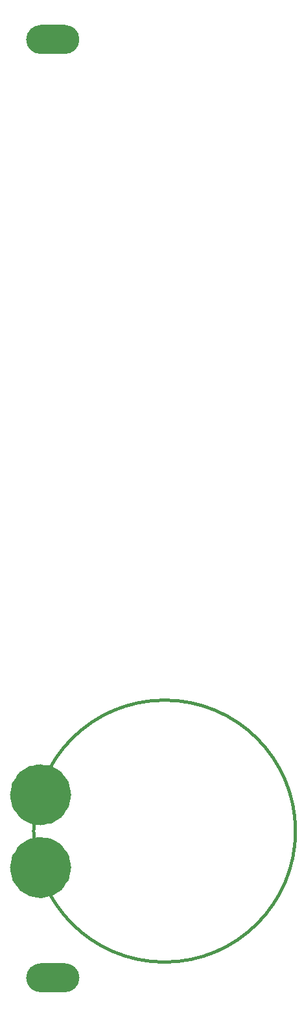
<source format=gbr>
%TF.GenerationSoftware,KiCad,Pcbnew,6.0.11-2627ca5db0~126~ubuntu22.04.1*%
%TF.CreationDate,2023-10-17T21:35:25+03:00*%
%TF.ProjectId,panel,70616e65-6c2e-46b6-9963-61645f706362,rev?*%
%TF.SameCoordinates,Original*%
%TF.FileFunction,Soldermask,Top*%
%TF.FilePolarity,Negative*%
%FSLAX46Y46*%
G04 Gerber Fmt 4.6, Leading zero omitted, Abs format (unit mm)*
G04 Created by KiCad (PCBNEW 6.0.11-2627ca5db0~126~ubuntu22.04.1) date 2023-10-17 21:35:25*
%MOMM*%
%LPD*%
G01*
G04 APERTURE LIST*
%ADD10C,1.900000*%
%ADD11C,4.000000*%
%ADD12C,0.400000*%
%ADD13C,0.100000*%
G04 APERTURE END LIST*
D10*
X66850000Y-157250000D02*
G75*
G03*
X66850000Y-157250000I-950000J0D01*
G01*
G36*
X65850000Y-155350000D02*
G01*
X69150000Y-155350000D01*
X69150000Y-159150000D01*
X65850000Y-159150000D01*
X65850000Y-155350000D01*
G37*
D11*
X67900000Y-142850000D02*
G75*
G03*
X67900000Y-142850000I-2000000J0D01*
G01*
D10*
X70050000Y-157250000D02*
G75*
G03*
X70050000Y-157250000I-950000J0D01*
G01*
D12*
X99200000Y-138100000D02*
G75*
G03*
X99200000Y-138100000I-17100000J0D01*
G01*
D11*
X67900000Y-133350000D02*
G75*
G03*
X67900000Y-133350000I-2000000J0D01*
G01*
D10*
X70050000Y-34750000D02*
G75*
G03*
X70050000Y-34750000I-950000J0D01*
G01*
D13*
X61600001Y-106450000D02*
G75*
G03*
X61600001Y-106450000I-1J0D01*
G01*
G36*
X65850000Y-32850000D02*
G01*
X69150000Y-32850000D01*
X69150000Y-36650000D01*
X65850000Y-36650000D01*
X65850000Y-32850000D01*
G37*
D10*
X66850000Y-34750000D02*
G75*
G03*
X66850000Y-34750000I-950000J0D01*
G01*
M02*

</source>
